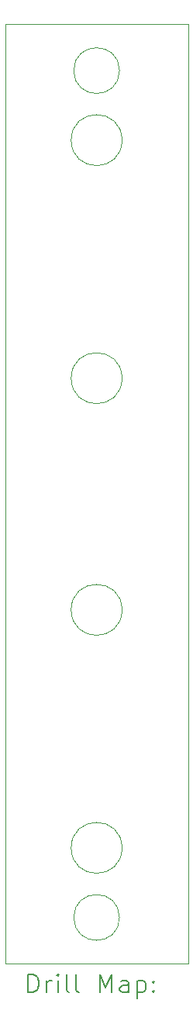
<source format=gbr>
%TF.GenerationSoftware,KiCad,Pcbnew,(6.0.8-1)-1*%
%TF.CreationDate,2022-10-13T14:55:58-04:00*%
%TF.ProjectId,FCAL,4643414c-2e6b-4696-9361-645f70636258,rev?*%
%TF.SameCoordinates,Original*%
%TF.FileFunction,Drillmap*%
%TF.FilePolarity,Positive*%
%FSLAX45Y45*%
G04 Gerber Fmt 4.5, Leading zero omitted, Abs format (unit mm)*
G04 Created by KiCad (PCBNEW (6.0.8-1)-1) date 2022-10-13 14:55:58*
%MOMM*%
%LPD*%
G01*
G04 APERTURE LIST*
%ADD10C,0.100000*%
%ADD11C,0.200000*%
G04 APERTURE END LIST*
D10*
X11278150Y-8865000D02*
G75*
G03*
X11278150Y-8865000I-278150J0D01*
G01*
X11278150Y-13995000D02*
G75*
G03*
X11278150Y-13995000I-278150J0D01*
G01*
X10000000Y-5000000D02*
X12000000Y-5000000D01*
X12000000Y-5000000D02*
X12000000Y-15260000D01*
X12000000Y-15260000D02*
X10000000Y-15260000D01*
X10000000Y-15260000D02*
X10000000Y-5000000D01*
X11250000Y-5505000D02*
G75*
G03*
X11250000Y-5505000I-250000J0D01*
G01*
X11278150Y-6265000D02*
G75*
G03*
X11278150Y-6265000I-278150J0D01*
G01*
X11278150Y-11395000D02*
G75*
G03*
X11278150Y-11395000I-278150J0D01*
G01*
X11250000Y-14755000D02*
G75*
G03*
X11250000Y-14755000I-250000J0D01*
G01*
D11*
X10252619Y-15575476D02*
X10252619Y-15375476D01*
X10300238Y-15375476D01*
X10328810Y-15385000D01*
X10347857Y-15404048D01*
X10357381Y-15423095D01*
X10366905Y-15461190D01*
X10366905Y-15489762D01*
X10357381Y-15527857D01*
X10347857Y-15546905D01*
X10328810Y-15565952D01*
X10300238Y-15575476D01*
X10252619Y-15575476D01*
X10452619Y-15575476D02*
X10452619Y-15442143D01*
X10452619Y-15480238D02*
X10462143Y-15461190D01*
X10471667Y-15451667D01*
X10490714Y-15442143D01*
X10509762Y-15442143D01*
X10576429Y-15575476D02*
X10576429Y-15442143D01*
X10576429Y-15375476D02*
X10566905Y-15385000D01*
X10576429Y-15394524D01*
X10585952Y-15385000D01*
X10576429Y-15375476D01*
X10576429Y-15394524D01*
X10700238Y-15575476D02*
X10681190Y-15565952D01*
X10671667Y-15546905D01*
X10671667Y-15375476D01*
X10805000Y-15575476D02*
X10785952Y-15565952D01*
X10776429Y-15546905D01*
X10776429Y-15375476D01*
X11033571Y-15575476D02*
X11033571Y-15375476D01*
X11100238Y-15518333D01*
X11166905Y-15375476D01*
X11166905Y-15575476D01*
X11347857Y-15575476D02*
X11347857Y-15470714D01*
X11338333Y-15451667D01*
X11319286Y-15442143D01*
X11281190Y-15442143D01*
X11262143Y-15451667D01*
X11347857Y-15565952D02*
X11328809Y-15575476D01*
X11281190Y-15575476D01*
X11262143Y-15565952D01*
X11252619Y-15546905D01*
X11252619Y-15527857D01*
X11262143Y-15508809D01*
X11281190Y-15499286D01*
X11328809Y-15499286D01*
X11347857Y-15489762D01*
X11443095Y-15442143D02*
X11443095Y-15642143D01*
X11443095Y-15451667D02*
X11462143Y-15442143D01*
X11500238Y-15442143D01*
X11519286Y-15451667D01*
X11528809Y-15461190D01*
X11538333Y-15480238D01*
X11538333Y-15537381D01*
X11528809Y-15556428D01*
X11519286Y-15565952D01*
X11500238Y-15575476D01*
X11462143Y-15575476D01*
X11443095Y-15565952D01*
X11624048Y-15556428D02*
X11633571Y-15565952D01*
X11624048Y-15575476D01*
X11614524Y-15565952D01*
X11624048Y-15556428D01*
X11624048Y-15575476D01*
X11624048Y-15451667D02*
X11633571Y-15461190D01*
X11624048Y-15470714D01*
X11614524Y-15461190D01*
X11624048Y-15451667D01*
X11624048Y-15470714D01*
M02*

</source>
